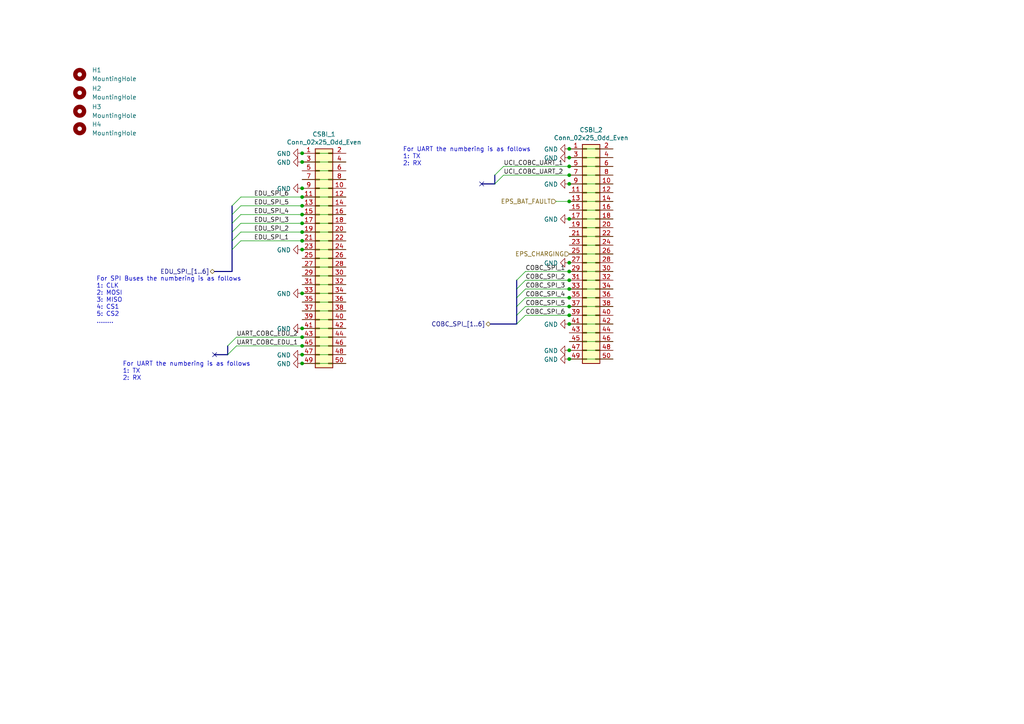
<source format=kicad_sch>
(kicad_sch (version 20211123) (generator eeschema)
  (paper "A4")
  (title_block (title "STS1_connectors") (date "21.02.2021") (rev "1.0") (company "TU Wien Space Team"))
  (lib_symbols
    (symbol "Connector_Generic:Conn_02x25_Odd_Even" (pin_names (offset 1.016) hide)
      (property "Reference" "J" (at 1.27 33.02 0))
      (property "Value" "Conn_02x25_Odd_Even" (at 1.27 -33.02 0))
      (symbol "Conn_02x25_Odd_Even_1_1"
        (rectangle (start -1.27 -30.353) (end 0 -30.607) (stroke (width 0.1524)))
        (rectangle (start -1.27 -27.813) (end 0 -28.067) (stroke (width 0.1524)))
        (rectangle (start -1.27 -25.273) (end 0 -25.527) (stroke (width 0.1524)))
        (rectangle (start -1.27 -22.733) (end 0 -22.987) (stroke (width 0.1524)))
        (rectangle (start -1.27 -20.193) (end 0 -20.447) (stroke (width 0.1524)))
        (rectangle (start -1.27 -17.653) (end 0 -17.907) (stroke (width 0.1524)))
        (rectangle (start -1.27 -15.113) (end 0 -15.367) (stroke (width 0.1524)))
        (rectangle (start -1.27 -12.573) (end 0 -12.827) (stroke (width 0.1524)))
        (rectangle (start -1.27 -10.033) (end 0 -10.287) (stroke (width 0.1524)))
        (rectangle (start -1.27 -7.493) (end 0 -7.747) (stroke (width 0.1524)))
        (rectangle (start -1.27 -4.953) (end 0 -5.207) (stroke (width 0.1524)))
        (rectangle (start -1.27 -2.413) (end 0 -2.667) (stroke (width 0.1524)))
        (rectangle (start -1.27 0.127) (end 0 -0.127) (stroke (width 0.1524)))
        (rectangle (start -1.27 2.667) (end 0 2.413) (stroke (width 0.1524)))
        (rectangle (start -1.27 5.207) (end 0 4.953) (stroke (width 0.1524)))
        (rectangle (start -1.27 7.747) (end 0 7.493) (stroke (width 0.1524)))
        (rectangle (start -1.27 10.287) (end 0 10.033) (stroke (width 0.1524)))
        (rectangle (start -1.27 12.827) (end 0 12.573) (stroke (width 0.1524)))
        (rectangle (start -1.27 15.367) (end 0 15.113) (stroke (width 0.1524)))
        (rectangle (start -1.27 17.907) (end 0 17.653) (stroke (width 0.1524)))
        (rectangle (start -1.27 20.447) (end 0 20.193) (stroke (width 0.1524)))
        (rectangle (start -1.27 22.987) (end 0 22.733) (stroke (width 0.1524)))
        (rectangle (start -1.27 25.527) (end 0 25.273) (stroke (width 0.1524)))
        (rectangle (start -1.27 28.067) (end 0 27.813) (stroke (width 0.1524)))
        (rectangle (start -1.27 30.607) (end 0 30.353) (stroke (width 0.1524)))
        (rectangle (start -1.27 31.75) (end 3.81 -31.75) (stroke (width 0.254)) (fill (type background)))
        (rectangle (start 3.81 -30.353) (end 2.54 -30.607) (stroke (width 0.1524)))
        (rectangle (start 3.81 -27.813) (end 2.54 -28.067) (stroke (width 0.1524)))
        (rectangle (start 3.81 -25.273) (end 2.54 -25.527) (stroke (width 0.1524)))
        (rectangle (start 3.81 -22.733) (end 2.54 -22.987) (stroke (width 0.1524)))
        (rectangle (start 3.81 -20.193) (end 2.54 -20.447) (stroke (width 0.1524)))
        (rectangle (start 3.81 -17.653) (end 2.54 -17.907) (stroke (width 0.1524)))
        (rectangle (start 3.81 -15.113) (end 2.54 -15.367) (stroke (width 0.1524)))
        (rectangle (start 3.81 -12.573) (end 2.54 -12.827) (stroke (width 0.1524)))
        (rectangle (start 3.81 -10.033) (end 2.54 -10.287) (stroke (width 0.1524)))
        (rectangle (start 3.81 -7.493) (end 2.54 -7.747) (stroke (width 0.1524)))
        (rectangle (start 3.81 -4.953) (end 2.54 -5.207) (stroke (width 0.1524)))
        (rectangle (start 3.81 -2.413) (end 2.54 -2.667) (stroke (width 0.1524)))
        (rectangle (start 3.81 0.127) (end 2.54 -0.127) (stroke (width 0.1524)))
        (rectangle (start 3.81 2.667) (end 2.54 2.413) (stroke (width 0.1524)))
        (rectangle (start 3.81 5.207) (end 2.54 4.953) (stroke (width 0.1524)))
        (rectangle (start 3.81 7.747) (end 2.54 7.493) (stroke (width 0.1524)))
        (rectangle (start 3.81 10.287) (end 2.54 10.033) (stroke (width 0.1524)))
        (rectangle (start 3.81 12.827) (end 2.54 12.573) (stroke (width 0.1524)))
        (rectangle (start 3.81 15.367) (end 2.54 15.113) (stroke (width 0.1524)))
        (rectangle (start 3.81 17.907) (end 2.54 17.653) (stroke (width 0.1524)))
        (rectangle (start 3.81 20.447) (end 2.54 20.193) (stroke (width 0.1524)))
        (rectangle (start 3.81 22.987) (end 2.54 22.733) (stroke (width 0.1524)))
        (rectangle (start 3.81 25.527) (end 2.54 25.273) (stroke (width 0.1524)))
        (rectangle (start 3.81 28.067) (end 2.54 27.813) (stroke (width 0.1524)))
        (rectangle (start 3.81 30.607) (end 2.54 30.353) (stroke (width 0.1524)))
        (pin passive line (at -5.08 30.48 0) (length 3.81) (name "Pin_1") (number "1"))
        (pin passive line (at 7.62 20.32 180) (length 3.81) (name "Pin_10") (number "10"))
        (pin passive line (at -5.08 17.78 0) (length 3.81) (name "Pin_11") (number "11"))
        (pin passive line (at 7.62 17.78 180) (length 3.81) (name "Pin_12") (number "12"))
        (pin passive line (at -5.08 15.24 0) (length 3.81) (name "Pin_13") (number "13"))
        (pin passive line (at 7.62 15.24 180) (length 3.81) (name "Pin_14") (number "14"))
        (pin passive line (at -5.08 12.7 0) (length 3.81) (name "Pin_15") (number "15"))
        (pin passive line (at 7.62 12.7 180) (length 3.81) (name "Pin_16") (number "16"))
        (pin passive line (at -5.08 10.16 0) (length 3.81) (name "Pin_17") (number "17"))
        (pin passive line (at 7.62 10.16 180) (length 3.81) (name "Pin_18") (number "18"))
        (pin passive line (at -5.08 7.62 0) (length 3.81) (name "Pin_19") (number "19"))
        (pin passive line (at 7.62 30.48 180) (length 3.81) (name "Pin_2") (number "2"))
        (pin passive line (at 7.62 7.62 180) (length 3.81) (name "Pin_20") (number "20"))
        (pin passive line (at -5.08 5.08 0) (length 3.81) (name "Pin_21") (number "21"))
        (pin passive line (at 7.62 5.08 180) (length 3.81) (name "Pin_22") (number "22"))
        (pin passive line (at -5.08 2.54 0) (length 3.81) (name "Pin_23") (number "23"))
        (pin passive line (at 7.62 2.54 180) (length 3.81) (name "Pin_24") (number "24"))
        (pin passive line (at -5.08 0 0) (length 3.81) (name "Pin_25") (number "25"))
        (pin passive line (at 7.62 0 180) (length 3.81) (name "Pin_26") (number "26"))
        (pin passive line (at -5.08 -2.54 0) (length 3.81) (name "Pin_27") (number "27"))
        (pin passive line (at 7.62 -2.54 180) (length 3.81) (name "Pin_28") (number "28"))
        (pin passive line (at -5.08 -5.08 0) (length 3.81) (name "Pin_29") (number "29"))
        (pin passive line (at -5.08 27.94 0) (length 3.81) (name "Pin_3") (number "3"))
        (pin passive line (at 7.62 -5.08 180) (length 3.81) (name "Pin_30") (number "30"))
        (pin passive line (at -5.08 -7.62 0) (length 3.81) (name "Pin_31") (number "31"))
        (pin passive line (at 7.62 -7.62 180) (length 3.81) (name "Pin_32") (number "32"))
        (pin passive line (at -5.08 -10.16 0) (length 3.81) (name "Pin_33") (number "33"))
        (pin passive line (at 7.62 -10.16 180) (length 3.81) (name "Pin_34") (number "34"))
        (pin passive line (at -5.08 -12.7 0) (length 3.81) (name "Pin_35") (number "35"))
        (pin passive line (at 7.62 -12.7 180) (length 3.81) (name "Pin_36") (number "36"))
        (pin passive line (at -5.08 -15.24 0) (length 3.81) (name "Pin_37") (number "37"))
        (pin passive line (at 7.62 -15.24 180) (length 3.81) (name "Pin_38") (number "38"))
        (pin passive line (at -5.08 -17.78 0) (length 3.81) (name "Pin_39") (number "39"))
        (pin passive line (at 7.62 27.94 180) (length 3.81) (name "Pin_4") (number "4"))
        (pin passive line (at 7.62 -17.78 180) (length 3.81) (name "Pin_40") (number "40"))
        (pin passive line (at -5.08 -20.32 0) (length 3.81) (name "Pin_41") (number "41"))
        (pin passive line (at 7.62 -20.32 180) (length 3.81) (name "Pin_42") (number "42"))
        (pin passive line (at -5.08 -22.86 0) (length 3.81) (name "Pin_43") (number "43"))
        (pin passive line (at 7.62 -22.86 180) (length 3.81) (name "Pin_44") (number "44"))
        (pin passive line (at -5.08 -25.4 0) (length 3.81) (name "Pin_45") (number "45"))
        (pin passive line (at 7.62 -25.4 180) (length 3.81) (name "Pin_46") (number "46"))
        (pin passive line (at -5.08 -27.94 0) (length 3.81) (name "Pin_47") (number "47"))
        (pin passive line (at 7.62 -27.94 180) (length 3.81) (name "Pin_48") (number "48"))
        (pin passive line (at -5.08 -30.48 0) (length 3.81) (name "Pin_49") (number "49"))
        (pin passive line (at -5.08 25.4 0) (length 3.81) (name "Pin_5") (number "5"))
        (pin passive line (at 7.62 -30.48 180) (length 3.81) (name "Pin_50") (number "50"))
        (pin passive line (at 7.62 25.4 180) (length 3.81) (name "Pin_6") (number "6"))
        (pin passive line (at -5.08 22.86 0) (length 3.81) (name "Pin_7") (number "7"))
        (pin passive line (at 7.62 22.86 180) (length 3.81) (name "Pin_8") (number "8"))
        (pin passive line (at -5.08 20.32 0) (length 3.81) (name "Pin_9") (number "9"))
      )
    )
    (symbol "Mechanical:MountingHole" (pin_names (offset 1.016))
      (property "Reference" "H" (at 0 5.08 0))
      (property "Value" "MountingHole" (at 0 3.175 0))
      (symbol "MountingHole_0_1"
        (circle (center 0 0) (radius 1.27) (stroke (width 1.27)))
      )
    )
    (symbol "power:GND" (power) (pin_names (offset 0))
      (property "Value" "GND" (at 0 -3.81 0))
      (symbol "GND_0_1"
        (polyline (pts (xy 0 0) (xy 0 -1.27) (xy 1.27 -1.27) (xy 0 -2.54) (xy -1.27 -1.27) (xy 0 -1.27)))
      )
      (symbol "GND_1_1"
        (pin power_in line (at 0 0 270) (length 0) hide (name "GND") (number "1"))
      )
    )
  )
  (junction (at 165.1 45.72))
  (junction (at 87.63 69.85))
  (junction (at 165.1 93.98))
  (junction (at 87.63 100.33))
  (junction (at 165.1 78.74))
  (junction (at 165.1 63.5))
  (junction (at 165.1 101.6))
  (junction (at 165.1 83.82))
  (junction (at 165.1 91.44))
  (junction (at 87.63 67.31))
  (junction (at 165.1 48.26))
  (junction (at 87.63 102.87))
  (junction (at 87.63 97.79))
  (junction (at 87.63 57.15))
  (junction (at 87.63 72.39))
  (junction (at 165.1 53.34))
  (junction (at 87.63 44.45))
  (junction (at 87.63 95.25))
  (junction (at 165.1 50.8))
  (junction (at 87.63 62.23))
  (junction (at 165.1 76.2))
  (junction (at 87.63 105.41))
  (junction (at 165.1 58.42))
  (junction (at 87.63 85.09))
  (junction (at 165.1 88.9))
  (junction (at 87.63 46.99))
  (junction (at 165.1 81.28))
  (junction (at 87.63 64.77))
  (junction (at 87.63 59.69))
  (junction (at 87.63 54.61))
  (junction (at 165.1 43.18))
  (junction (at 165.1 104.14))
  (junction (at 165.1 86.36))
  (no_connect (at 62.23 102.87))
  (no_connect (at 139.7 53.34))
  (bus_entry (at 149.86 93.98) (size 2.54 -2.54))
  (bus_entry (at 149.86 88.9) (size 2.54 -2.54))
  (bus_entry (at 66.04 102.87) (size 2.54 -2.54))
  (bus_entry (at 149.86 81.28) (size 2.54 -2.54))
  (bus_entry (at 67.31 69.85) (size 2.54 -2.54))
  (bus_entry (at 149.86 83.82) (size 2.54 -2.54))
  (bus_entry (at 149.86 91.44) (size 2.54 -2.54))
  (bus_entry (at 143.51 50.8) (size 2.54 -2.54))
  (bus_entry (at 67.31 64.77) (size 2.54 -2.54))
  (bus_entry (at 67.31 62.23) (size 2.54 -2.54))
  (bus_entry (at 67.31 72.39) (size 2.54 -2.54))
  (bus_entry (at 67.31 59.69) (size 2.54 -2.54))
  (bus_entry (at 66.04 100.33) (size 2.54 -2.54))
  (bus_entry (at 143.51 53.34) (size 2.54 -2.54))
  (bus_entry (at 67.31 67.31) (size 2.54 -2.54))
  (bus_entry (at 149.86 86.36) (size 2.54 -2.54))
  (wire (pts (xy 87.63 80.01) (xy 100.33 80.01)))
  (wire (pts (xy 165.1 86.36) (xy 177.8 86.36)))
  (wire (pts (xy 87.63 69.85) (xy 100.33 69.85)))
  (wire (pts (xy 87.63 69.85) (xy 69.85 69.85)))
  (wire (pts (xy 68.58 100.33) (xy 87.63 100.33)))
  (wire (pts (xy 87.63 64.77) (xy 100.33 64.77)))
  (wire (pts (xy 165.1 83.82) (xy 152.4 83.82)))
  (wire (pts (xy 87.63 97.79) (xy 100.33 97.79)))
  (wire (pts (xy 87.63 59.69) (xy 100.33 59.69)))
  (wire (pts (xy 87.63 82.55) (xy 100.33 82.55)))
  (bus (pts (xy 143.51 53.34) (xy 139.7 53.34)))
  (wire (pts (xy 165.1 101.6) (xy 177.8 101.6)))
  (wire (pts (xy 87.63 67.31) (xy 69.85 67.31)))
  (bus (pts (xy 149.86 83.82) (xy 149.86 86.36)))
  (wire (pts (xy 165.1 104.14) (xy 177.8 104.14)))
  (wire (pts (xy 165.1 43.18) (xy 177.8 43.18)))
  (wire (pts (xy 87.63 72.39) (xy 100.33 72.39)))
  (wire (pts (xy 87.63 100.33) (xy 100.33 100.33)))
  (wire (pts (xy 87.63 95.25) (xy 100.33 95.25)))
  (wire (pts (xy 87.63 105.41) (xy 100.33 105.41)))
  (bus (pts (xy 67.31 59.69) (xy 67.31 62.23)))
  (wire (pts (xy 165.1 58.42) (xy 177.8 58.42)))
  (wire (pts (xy 165.1 71.12) (xy 177.8 71.12)))
  (bus (pts (xy 67.31 72.39) (xy 67.31 78.74)))
  (wire (pts (xy 87.63 59.69) (xy 69.85 59.69)))
  (wire (pts (xy 87.63 62.23) (xy 69.85 62.23)))
  (wire (pts (xy 165.1 73.66) (xy 177.8 73.66)))
  (wire (pts (xy 165.1 91.44) (xy 177.8 91.44)))
  (wire (pts (xy 87.63 49.53) (xy 100.33 49.53)))
  (wire (pts (xy 165.1 86.36) (xy 152.4 86.36)))
  (wire (pts (xy 165.1 63.5) (xy 177.8 63.5)))
  (wire (pts (xy 87.63 90.17) (xy 100.33 90.17)))
  (wire (pts (xy 87.63 92.71) (xy 100.33 92.71)))
  (wire (pts (xy 165.1 55.88) (xy 177.8 55.88)))
  (wire (pts (xy 87.63 77.47) (xy 100.33 77.47)))
  (bus (pts (xy 149.86 86.36) (xy 149.86 88.9)))
  (bus (pts (xy 143.51 50.8) (xy 143.51 53.34)))
  (wire (pts (xy 165.1 76.2) (xy 177.8 76.2)))
  (wire (pts (xy 87.63 62.23) (xy 100.33 62.23)))
  (wire (pts (xy 68.58 97.79) (xy 87.63 97.79)))
  (wire (pts (xy 165.1 99.06) (xy 177.8 99.06)))
  (wire (pts (xy 87.63 87.63) (xy 100.33 87.63)))
  (wire (pts (xy 87.63 54.61) (xy 100.33 54.61)))
  (wire (pts (xy 87.63 102.87) (xy 100.33 102.87)))
  (wire (pts (xy 165.1 78.74) (xy 152.4 78.74)))
  (wire (pts (xy 165.1 96.52) (xy 177.8 96.52)))
  (wire (pts (xy 165.1 81.28) (xy 152.4 81.28)))
  (wire (pts (xy 87.63 57.15) (xy 69.85 57.15)))
  (wire (pts (xy 165.1 68.58) (xy 177.8 68.58)))
  (wire (pts (xy 87.63 44.45) (xy 100.33 44.45)))
  (bus (pts (xy 67.31 69.85) (xy 67.31 72.39)))
  (wire (pts (xy 165.1 88.9) (xy 177.8 88.9)))
  (bus (pts (xy 67.31 64.77) (xy 67.31 67.31)))
  (wire (pts (xy 87.63 74.93) (xy 100.33 74.93)))
  (bus (pts (xy 149.86 93.98) (xy 142.24 93.98)))
  (wire (pts (xy 165.1 60.96) (xy 177.8 60.96)))
  (wire (pts (xy 87.63 52.07) (xy 100.33 52.07)))
  (wire (pts (xy 165.1 66.04) (xy 177.8 66.04)))
  (bus (pts (xy 67.31 78.74) (xy 62.23 78.74)))
  (wire (pts (xy 87.63 64.77) (xy 69.85 64.77)))
  (wire (pts (xy 165.1 45.72) (xy 177.8 45.72)))
  (bus (pts (xy 66.04 100.33) (xy 66.04 102.87)))
  (bus (pts (xy 149.86 88.9) (xy 149.86 91.44)))
  (wire (pts (xy 87.63 46.99) (xy 100.33 46.99)))
  (bus (pts (xy 67.31 62.23) (xy 67.31 64.77)))
  (bus (pts (xy 67.31 67.31) (xy 67.31 69.85)))
  (wire (pts (xy 87.63 57.15) (xy 100.33 57.15)))
  (bus (pts (xy 66.04 102.87) (xy 62.23 102.87)))
  (wire (pts (xy 165.1 81.28) (xy 177.8 81.28)))
  (bus (pts (xy 149.86 91.44) (xy 149.86 93.98)))
  (wire (pts (xy 165.1 91.44) (xy 152.4 91.44)))
  (wire (pts (xy 161.29 58.42) (xy 165.1 58.42)))
  (wire (pts (xy 165.1 83.82) (xy 177.8 83.82)))
  (wire (pts (xy 165.1 53.34) (xy 177.8 53.34)))
  (wire (pts (xy 146.05 50.8) (xy 165.1 50.8)))
  (wire (pts (xy 165.1 93.98) (xy 177.8 93.98)))
  (wire (pts (xy 165.1 50.8) (xy 177.8 50.8)))
  (wire (pts (xy 87.63 67.31) (xy 100.33 67.31)))
  (wire (pts (xy 87.63 85.09) (xy 100.33 85.09)))
  (wire (pts (xy 165.1 88.9) (xy 152.4 88.9)))
  (bus (pts (xy 149.86 81.28) (xy 149.86 83.82)))
  (wire (pts (xy 165.1 48.26) (xy 177.8 48.26)))
  (wire (pts (xy 146.05 48.26) (xy 165.1 48.26)))
  (wire (pts (xy 165.1 78.74) (xy 177.8 78.74)))
  (text "For SPI Buses the numbering is as follows\n1: CLK\n2: MOSI\n3: MISO\n4: CS1\n5: CS2\n........" (at 27.94 93.98 0) (effects (font (size 1.27 1.27)) (justify left bottom)))
  (text "For UART the numbering is as follows\n1: TX\n2: RX\n" (at 116.84 48.26 0) (effects (font (size 1.27 1.27)) (justify left bottom)))
  (text "For UART the numbering is as follows\n1: TX\n2: RX\n" (at 35.56 110.49 0) (effects (font (size 1.27 1.27)) (justify left bottom)))
  (label "EDU_SPI_2" (at 73.66 67.31 0))
  (label "UART_COBC_EDU_1" (at 68.58 100.33 0))
  (label "COBC_SPI_3" (at 152.4 83.82 0))
  (label "EDU_SPI_3" (at 73.66 64.77 0))
  (label "COBC_SPI_1" (at 152.4 78.74 0))
  (label "UCI_COBC_UART_2" (at 146.05 50.8 0))
  (label "COBC_SPI_5" (at 152.4 88.9 0))
  (label "COBC_SPI_2" (at 152.4 81.28 0))
  (label "UCI_COBC_UART_1" (at 146.05 48.26 0))
  (label "COBC_SPI_4" (at 152.4 86.36 0))
  (label "EDU_SPI_4" (at 73.66 62.23 0))
  (label "EDU_SPI_5" (at 73.66 59.69 0))
  (label "EDU_SPI_1" (at 73.66 69.85 0))
  (label "EDU_SPI_6" (at 73.66 57.15 0))
  (label "UART_COBC_EDU_2" (at 68.58 97.79 0))
  (label "COBC_SPI_6" (at 152.4 91.44 0))
  (hierarchical_label "EPS_BAT_FAULT" (shape input) (at 161.29 58.42 180))
  (hierarchical_label "EPS_CHARGING" (shape input) (at 165.1 73.66 180))
  (hierarchical_label "COBC_SPI_[1..6]" (shape bidirectional) (at 142.24 93.98 180))
  (hierarchical_label "EDU_SPI_[1..6]" (shape bidirectional) (at 62.23 78.74 180))
  (symbol (lib_id "Connector_Generic:Conn_02x25_Odd_Even") (at 92.71 74.93 0) (unit 1)
    (property "Reference" "CSBI_1" (at 93.98 38.9382 0))
    (property "Value" "Conn_02x25_Odd_Even" (at 93.98 41.2496 0))
    (property "Footprint" "Connector_PinHeader_2.00mm:PinHeader_2x25_P2.00mm_Vertical" (effects hide))
    (property "Part#" "ESQT-125-02-F-D-800" (effects hide))
  )
  (symbol (lib_id "Connector_Generic:Conn_02x25_Odd_Even") (at 170.18 73.66 0) (unit 1)
    (property "Reference" "CSBI_2" (at 171.45 37.6682 0))
    (property "Value" "Conn_02x25_Odd_Even" (at 171.45 39.9796 0))
    (property "Footprint" "Connector_PinHeader_2.00mm:PinHeader_2x25_P2.00mm_Vertical" (effects hide))
    (property "Part#" "ESQT-125-02-F-D-800" (effects hide))
  )
  (symbol (lib_id "power:GND") (at 87.63 44.45 270) (unit 1)
    (property "Reference" "#PWR0105" (effects hide))
    (property "Value" "GND" (at 84.3788 44.577 90) (effects (justify right)))
  )
  (symbol (lib_id "power:GND") (at 87.63 46.99 270) (unit 1)
    (property "Reference" "#PWR0106" (effects hide))
    (property "Value" "GND" (at 84.3788 47.117 90) (effects (justify right)))
  )
  (symbol (lib_id "power:GND") (at 87.63 54.61 270) (unit 1)
    (property "Reference" "#PWR0109" (effects hide))
    (property "Value" "GND" (at 84.3788 54.737 90) (effects (justify right)))
  )
  (symbol (lib_id "power:GND") (at 87.63 85.09 270) (unit 1)
    (property "Reference" "#PWR0111" (effects hide))
    (property "Value" "GND" (at 84.3788 85.217 90) (effects (justify right)))
  )
  (symbol (lib_id "power:GND") (at 87.63 102.87 270) (unit 1)
    (property "Reference" "#PWR0113" (effects hide))
    (property "Value" "GND" (at 84.3788 102.997 90) (effects (justify right)))
  )
  (symbol (lib_id "power:GND") (at 87.63 105.41 270) (unit 1)
    (property "Reference" "#PWR0114" (effects hide))
    (property "Value" "GND" (at 84.3788 105.537 90) (effects (justify right)))
  )
  (symbol (lib_id "power:GND") (at 165.1 43.18 270) (unit 1)
    (property "Reference" "#PWR0115" (effects hide))
    (property "Value" "GND" (at 161.8488 43.307 90) (effects (justify right)))
  )
  (symbol (lib_id "power:GND") (at 165.1 45.72 270) (unit 1)
    (property "Reference" "#PWR0116" (effects hide))
    (property "Value" "GND" (at 161.8488 45.847 90) (effects (justify right)))
  )
  (symbol (lib_id "power:GND") (at 165.1 104.14 270) (unit 1)
    (property "Reference" "#PWR0117" (effects hide))
    (property "Value" "GND" (at 161.8488 104.267 90) (effects (justify right)))
  )
  (symbol (lib_id "power:GND") (at 165.1 101.6 270) (unit 1)
    (property "Reference" "#PWR0118" (effects hide))
    (property "Value" "GND" (at 161.8488 101.727 90) (effects (justify right)))
  )
  (symbol (lib_id "power:GND") (at 165.1 76.2 270) (unit 1)
    (property "Reference" "#PWR0119" (effects hide))
    (property "Value" "GND" (at 161.8488 76.327 90) (effects (justify right)))
  )
  (symbol (lib_id "power:GND") (at 165.1 63.5 270) (unit 1)
    (property "Reference" "#PWR0120" (effects hide))
    (property "Value" "GND" (at 161.8488 63.627 90) (effects (justify right)))
  )
  (symbol (lib_id "power:GND") (at 165.1 93.98 270) (unit 1)
    (property "Reference" "#PWR0121" (effects hide))
    (property "Value" "GND" (at 161.8488 94.107 90) (effects (justify right)))
  )
  (symbol (lib_id "power:GND") (at 87.63 72.39 270) (unit 1)
    (property "Reference" "#PWR0110" (effects hide))
    (property "Value" "GND" (at 84.3788 72.517 90) (effects (justify right)))
  )
  (symbol (lib_id "power:GND") (at 87.63 95.25 270) (unit 1)
    (property "Reference" "#PWR0112" (effects hide))
    (property "Value" "GND" (at 84.3788 95.377 90) (effects (justify right)))
  )
  (symbol (lib_id "power:GND") (at 165.1 53.34 270) (unit 1)
    (property "Reference" "#PWR0124" (effects hide))
    (property "Value" "GND" (at 161.8488 53.467 90) (effects (justify right)))
  )
  (symbol (lib_id "Mechanical:MountingHole") (at 23.114 21.59 0) (unit 1)
    (property "Reference" "H1" (at 26.67 20.3199 0) (effects (justify left)))
    (property "Value" "MountingHole" (at 26.67 22.8599 0) (effects (justify left)))
    (property "Footprint" "MountingHole:MountingHole_4.3mm_M4_Pad_Via" (effects hide))
  )
  (symbol (lib_id "Mechanical:MountingHole") (at 23.114 32.258 0) (unit 1)
    (property "Reference" "H3" (at 26.67 30.9879 0) (effects (justify left)))
    (property "Value" "MountingHole" (at 26.67 33.5279 0) (effects (justify left)))
    (property "Footprint" "MountingHole:MountingHole_4.3mm_M4_Pad_Via" (effects hide))
  )
  (symbol (lib_id "Mechanical:MountingHole") (at 23.114 37.338 0) (unit 1)
    (property "Reference" "H4" (at 26.67 36.0679 0) (effects (justify left)))
    (property "Value" "MountingHole" (at 26.67 38.6079 0) (effects (justify left)))
    (property "Footprint" "MountingHole:MountingHole_4.3mm_M4_Pad_Via" (effects hide))
  )
  (symbol (lib_id "Mechanical:MountingHole") (at 23.114 26.924 0) (unit 1)
    (property "Reference" "H2" (at 26.67 25.6539 0) (effects (justify left)))
    (property "Value" "MountingHole" (at 26.67 28.1939 0) (effects (justify left)))
    (property "Footprint" "MountingHole:MountingHole_4.3mm_M4_Pad_Via" (effects hide))
  )
)
</source>
